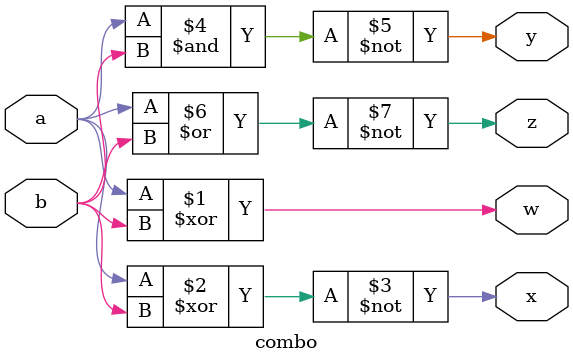
<source format=v>
module combo(   
    
    input a,     
    input b,     
    output w,     
    output x,     
    output y,     
    output z     
    );        

    assign w = (a ^ b);     
    assign x = ~(a ^ b);
    assign y = ~(a & b);     
    assign z = ~(a | b);   

endmodule

</source>
